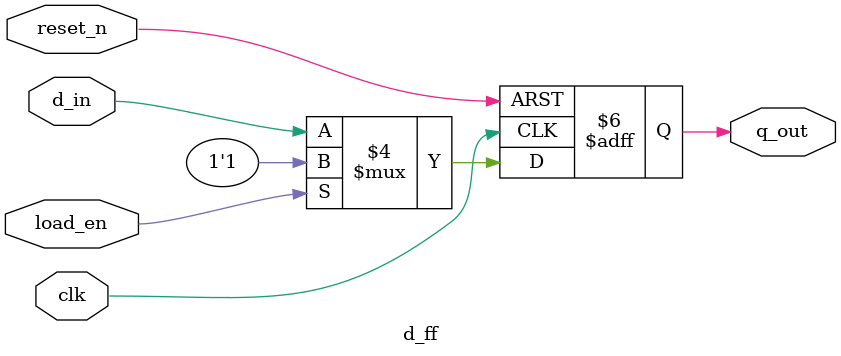
<source format=v>
module d_ff(d_in,load_en,clk,reset_n,q_out);
input d_in,load_en,clk,reset_n;
output q_out;

  always @(posedge clk or negedge reset_n)
  begin
    if(~reset_n) q_out <=1'b0;
    else if(load_en) q_out<=1'b1;
    else q_out <= d_in;
  end
endmodule

</source>
